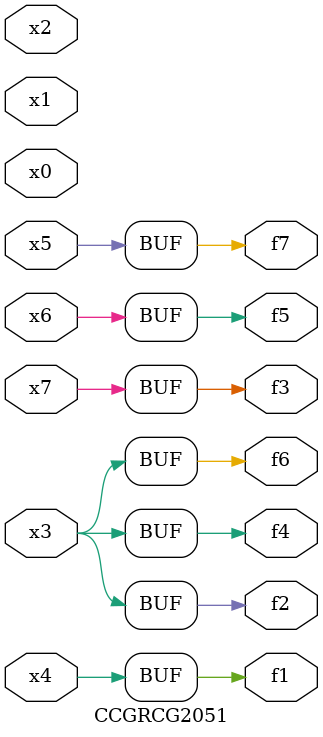
<source format=v>
module CCGRCG2051(
	input x0, x1, x2, x3, x4, x5, x6, x7,
	output f1, f2, f3, f4, f5, f6, f7
);
	assign f1 = x4;
	assign f2 = x3;
	assign f3 = x7;
	assign f4 = x3;
	assign f5 = x6;
	assign f6 = x3;
	assign f7 = x5;
endmodule

</source>
